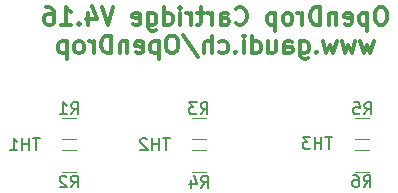
<source format=gbr>
G04 #@! TF.GenerationSoftware,KiCad,Pcbnew,6.0.11-2627ca5db0~126~ubuntu22.04.1*
G04 #@! TF.CreationDate,2023-05-08T08:47:40+02:00*
G04 #@! TF.ProjectId,DIMMCartridge_heaters,44494d4d-4361-4727-9472-696467655f68,rev?*
G04 #@! TF.SameCoordinates,Original*
G04 #@! TF.FileFunction,Legend,Bot*
G04 #@! TF.FilePolarity,Positive*
%FSLAX46Y46*%
G04 Gerber Fmt 4.6, Leading zero omitted, Abs format (unit mm)*
G04 Created by KiCad (PCBNEW 6.0.11-2627ca5db0~126~ubuntu22.04.1) date 2023-05-08 08:47:40*
%MOMM*%
%LPD*%
G01*
G04 APERTURE LIST*
%ADD10C,0.300000*%
%ADD11C,0.150000*%
%ADD12C,0.120000*%
G04 APERTURE END LIST*
D10*
X114142857Y-82346071D02*
X113857142Y-82346071D01*
X113714285Y-82417500D01*
X113571428Y-82560357D01*
X113500000Y-82846071D01*
X113500000Y-83346071D01*
X113571428Y-83631785D01*
X113714285Y-83774642D01*
X113857142Y-83846071D01*
X114142857Y-83846071D01*
X114285714Y-83774642D01*
X114428571Y-83631785D01*
X114500000Y-83346071D01*
X114500000Y-82846071D01*
X114428571Y-82560357D01*
X114285714Y-82417500D01*
X114142857Y-82346071D01*
X112857142Y-82846071D02*
X112857142Y-84346071D01*
X112857142Y-82917500D02*
X112714285Y-82846071D01*
X112428571Y-82846071D01*
X112285714Y-82917500D01*
X112214285Y-82988928D01*
X112142857Y-83131785D01*
X112142857Y-83560357D01*
X112214285Y-83703214D01*
X112285714Y-83774642D01*
X112428571Y-83846071D01*
X112714285Y-83846071D01*
X112857142Y-83774642D01*
X110928571Y-83774642D02*
X111071428Y-83846071D01*
X111357142Y-83846071D01*
X111500000Y-83774642D01*
X111571428Y-83631785D01*
X111571428Y-83060357D01*
X111500000Y-82917500D01*
X111357142Y-82846071D01*
X111071428Y-82846071D01*
X110928571Y-82917500D01*
X110857142Y-83060357D01*
X110857142Y-83203214D01*
X111571428Y-83346071D01*
X110214285Y-82846071D02*
X110214285Y-83846071D01*
X110214285Y-82988928D02*
X110142857Y-82917500D01*
X110000000Y-82846071D01*
X109785714Y-82846071D01*
X109642857Y-82917500D01*
X109571428Y-83060357D01*
X109571428Y-83846071D01*
X108857142Y-83846071D02*
X108857142Y-82346071D01*
X108500000Y-82346071D01*
X108285714Y-82417500D01*
X108142857Y-82560357D01*
X108071428Y-82703214D01*
X108000000Y-82988928D01*
X108000000Y-83203214D01*
X108071428Y-83488928D01*
X108142857Y-83631785D01*
X108285714Y-83774642D01*
X108500000Y-83846071D01*
X108857142Y-83846071D01*
X107357142Y-83846071D02*
X107357142Y-82846071D01*
X107357142Y-83131785D02*
X107285714Y-82988928D01*
X107214285Y-82917500D01*
X107071428Y-82846071D01*
X106928571Y-82846071D01*
X106214285Y-83846071D02*
X106357142Y-83774642D01*
X106428571Y-83703214D01*
X106500000Y-83560357D01*
X106500000Y-83131785D01*
X106428571Y-82988928D01*
X106357142Y-82917500D01*
X106214285Y-82846071D01*
X106000000Y-82846071D01*
X105857142Y-82917500D01*
X105785714Y-82988928D01*
X105714285Y-83131785D01*
X105714285Y-83560357D01*
X105785714Y-83703214D01*
X105857142Y-83774642D01*
X106000000Y-83846071D01*
X106214285Y-83846071D01*
X105071428Y-82846071D02*
X105071428Y-84346071D01*
X105071428Y-82917500D02*
X104928571Y-82846071D01*
X104642857Y-82846071D01*
X104500000Y-82917500D01*
X104428571Y-82988928D01*
X104357142Y-83131785D01*
X104357142Y-83560357D01*
X104428571Y-83703214D01*
X104500000Y-83774642D01*
X104642857Y-83846071D01*
X104928571Y-83846071D01*
X105071428Y-83774642D01*
X101714285Y-83703214D02*
X101785714Y-83774642D01*
X102000000Y-83846071D01*
X102142857Y-83846071D01*
X102357142Y-83774642D01*
X102500000Y-83631785D01*
X102571428Y-83488928D01*
X102642857Y-83203214D01*
X102642857Y-82988928D01*
X102571428Y-82703214D01*
X102500000Y-82560357D01*
X102357142Y-82417500D01*
X102142857Y-82346071D01*
X102000000Y-82346071D01*
X101785714Y-82417500D01*
X101714285Y-82488928D01*
X100428571Y-83846071D02*
X100428571Y-83060357D01*
X100500000Y-82917500D01*
X100642857Y-82846071D01*
X100928571Y-82846071D01*
X101071428Y-82917500D01*
X100428571Y-83774642D02*
X100571428Y-83846071D01*
X100928571Y-83846071D01*
X101071428Y-83774642D01*
X101142857Y-83631785D01*
X101142857Y-83488928D01*
X101071428Y-83346071D01*
X100928571Y-83274642D01*
X100571428Y-83274642D01*
X100428571Y-83203214D01*
X99714285Y-83846071D02*
X99714285Y-82846071D01*
X99714285Y-83131785D02*
X99642857Y-82988928D01*
X99571428Y-82917500D01*
X99428571Y-82846071D01*
X99285714Y-82846071D01*
X99000000Y-82846071D02*
X98428571Y-82846071D01*
X98785714Y-82346071D02*
X98785714Y-83631785D01*
X98714285Y-83774642D01*
X98571428Y-83846071D01*
X98428571Y-83846071D01*
X97928571Y-83846071D02*
X97928571Y-82846071D01*
X97928571Y-83131785D02*
X97857142Y-82988928D01*
X97785714Y-82917500D01*
X97642857Y-82846071D01*
X97500000Y-82846071D01*
X97000000Y-83846071D02*
X97000000Y-82846071D01*
X97000000Y-82346071D02*
X97071428Y-82417500D01*
X97000000Y-82488928D01*
X96928571Y-82417500D01*
X97000000Y-82346071D01*
X97000000Y-82488928D01*
X95642857Y-83846071D02*
X95642857Y-82346071D01*
X95642857Y-83774642D02*
X95785714Y-83846071D01*
X96071428Y-83846071D01*
X96214285Y-83774642D01*
X96285714Y-83703214D01*
X96357142Y-83560357D01*
X96357142Y-83131785D01*
X96285714Y-82988928D01*
X96214285Y-82917500D01*
X96071428Y-82846071D01*
X95785714Y-82846071D01*
X95642857Y-82917500D01*
X94285714Y-82846071D02*
X94285714Y-84060357D01*
X94357142Y-84203214D01*
X94428571Y-84274642D01*
X94571428Y-84346071D01*
X94785714Y-84346071D01*
X94928571Y-84274642D01*
X94285714Y-83774642D02*
X94428571Y-83846071D01*
X94714285Y-83846071D01*
X94857142Y-83774642D01*
X94928571Y-83703214D01*
X95000000Y-83560357D01*
X95000000Y-83131785D01*
X94928571Y-82988928D01*
X94857142Y-82917500D01*
X94714285Y-82846071D01*
X94428571Y-82846071D01*
X94285714Y-82917500D01*
X93000000Y-83774642D02*
X93142857Y-83846071D01*
X93428571Y-83846071D01*
X93571428Y-83774642D01*
X93642857Y-83631785D01*
X93642857Y-83060357D01*
X93571428Y-82917500D01*
X93428571Y-82846071D01*
X93142857Y-82846071D01*
X93000000Y-82917500D01*
X92928571Y-83060357D01*
X92928571Y-83203214D01*
X93642857Y-83346071D01*
X91357142Y-82346071D02*
X90857142Y-83846071D01*
X90357142Y-82346071D01*
X89214285Y-82846071D02*
X89214285Y-83846071D01*
X89571428Y-82274642D02*
X89928571Y-83346071D01*
X89000000Y-83346071D01*
X88428571Y-83703214D02*
X88357142Y-83774642D01*
X88428571Y-83846071D01*
X88500000Y-83774642D01*
X88428571Y-83703214D01*
X88428571Y-83846071D01*
X86928571Y-83846071D02*
X87785714Y-83846071D01*
X87357142Y-83846071D02*
X87357142Y-82346071D01*
X87500000Y-82560357D01*
X87642857Y-82703214D01*
X87785714Y-82774642D01*
X85642857Y-82346071D02*
X85928571Y-82346071D01*
X86071428Y-82417500D01*
X86142857Y-82488928D01*
X86285714Y-82703214D01*
X86357142Y-82988928D01*
X86357142Y-83560357D01*
X86285714Y-83703214D01*
X86214285Y-83774642D01*
X86071428Y-83846071D01*
X85785714Y-83846071D01*
X85642857Y-83774642D01*
X85571428Y-83703214D01*
X85500000Y-83560357D01*
X85500000Y-83203214D01*
X85571428Y-83060357D01*
X85642857Y-82988928D01*
X85785714Y-82917500D01*
X86071428Y-82917500D01*
X86214285Y-82988928D01*
X86285714Y-83060357D01*
X86357142Y-83203214D01*
X113392857Y-85261071D02*
X113107142Y-86261071D01*
X112821428Y-85546785D01*
X112535714Y-86261071D01*
X112250000Y-85261071D01*
X111821428Y-85261071D02*
X111535714Y-86261071D01*
X111250000Y-85546785D01*
X110964285Y-86261071D01*
X110678571Y-85261071D01*
X110250000Y-85261071D02*
X109964285Y-86261071D01*
X109678571Y-85546785D01*
X109392857Y-86261071D01*
X109107142Y-85261071D01*
X108535714Y-86118214D02*
X108464285Y-86189642D01*
X108535714Y-86261071D01*
X108607142Y-86189642D01*
X108535714Y-86118214D01*
X108535714Y-86261071D01*
X107178571Y-85261071D02*
X107178571Y-86475357D01*
X107250000Y-86618214D01*
X107321428Y-86689642D01*
X107464285Y-86761071D01*
X107678571Y-86761071D01*
X107821428Y-86689642D01*
X107178571Y-86189642D02*
X107321428Y-86261071D01*
X107607142Y-86261071D01*
X107750000Y-86189642D01*
X107821428Y-86118214D01*
X107892857Y-85975357D01*
X107892857Y-85546785D01*
X107821428Y-85403928D01*
X107750000Y-85332500D01*
X107607142Y-85261071D01*
X107321428Y-85261071D01*
X107178571Y-85332500D01*
X105821428Y-86261071D02*
X105821428Y-85475357D01*
X105892857Y-85332500D01*
X106035714Y-85261071D01*
X106321428Y-85261071D01*
X106464285Y-85332500D01*
X105821428Y-86189642D02*
X105964285Y-86261071D01*
X106321428Y-86261071D01*
X106464285Y-86189642D01*
X106535714Y-86046785D01*
X106535714Y-85903928D01*
X106464285Y-85761071D01*
X106321428Y-85689642D01*
X105964285Y-85689642D01*
X105821428Y-85618214D01*
X104464285Y-85261071D02*
X104464285Y-86261071D01*
X105107142Y-85261071D02*
X105107142Y-86046785D01*
X105035714Y-86189642D01*
X104892857Y-86261071D01*
X104678571Y-86261071D01*
X104535714Y-86189642D01*
X104464285Y-86118214D01*
X103107142Y-86261071D02*
X103107142Y-84761071D01*
X103107142Y-86189642D02*
X103250000Y-86261071D01*
X103535714Y-86261071D01*
X103678571Y-86189642D01*
X103750000Y-86118214D01*
X103821428Y-85975357D01*
X103821428Y-85546785D01*
X103750000Y-85403928D01*
X103678571Y-85332500D01*
X103535714Y-85261071D01*
X103250000Y-85261071D01*
X103107142Y-85332500D01*
X102392857Y-86261071D02*
X102392857Y-85261071D01*
X102392857Y-84761071D02*
X102464285Y-84832500D01*
X102392857Y-84903928D01*
X102321428Y-84832500D01*
X102392857Y-84761071D01*
X102392857Y-84903928D01*
X101678571Y-86118214D02*
X101607142Y-86189642D01*
X101678571Y-86261071D01*
X101750000Y-86189642D01*
X101678571Y-86118214D01*
X101678571Y-86261071D01*
X100321428Y-86189642D02*
X100464285Y-86261071D01*
X100750000Y-86261071D01*
X100892857Y-86189642D01*
X100964285Y-86118214D01*
X101035714Y-85975357D01*
X101035714Y-85546785D01*
X100964285Y-85403928D01*
X100892857Y-85332500D01*
X100750000Y-85261071D01*
X100464285Y-85261071D01*
X100321428Y-85332500D01*
X99678571Y-86261071D02*
X99678571Y-84761071D01*
X99035714Y-86261071D02*
X99035714Y-85475357D01*
X99107142Y-85332500D01*
X99250000Y-85261071D01*
X99464285Y-85261071D01*
X99607142Y-85332500D01*
X99678571Y-85403928D01*
X97250000Y-84689642D02*
X98535714Y-86618214D01*
X96464285Y-84761071D02*
X96178571Y-84761071D01*
X96035714Y-84832500D01*
X95892857Y-84975357D01*
X95821428Y-85261071D01*
X95821428Y-85761071D01*
X95892857Y-86046785D01*
X96035714Y-86189642D01*
X96178571Y-86261071D01*
X96464285Y-86261071D01*
X96607142Y-86189642D01*
X96750000Y-86046785D01*
X96821428Y-85761071D01*
X96821428Y-85261071D01*
X96750000Y-84975357D01*
X96607142Y-84832500D01*
X96464285Y-84761071D01*
X95178571Y-85261071D02*
X95178571Y-86761071D01*
X95178571Y-85332500D02*
X95035714Y-85261071D01*
X94750000Y-85261071D01*
X94607142Y-85332500D01*
X94535714Y-85403928D01*
X94464285Y-85546785D01*
X94464285Y-85975357D01*
X94535714Y-86118214D01*
X94607142Y-86189642D01*
X94750000Y-86261071D01*
X95035714Y-86261071D01*
X95178571Y-86189642D01*
X93250000Y-86189642D02*
X93392857Y-86261071D01*
X93678571Y-86261071D01*
X93821428Y-86189642D01*
X93892857Y-86046785D01*
X93892857Y-85475357D01*
X93821428Y-85332500D01*
X93678571Y-85261071D01*
X93392857Y-85261071D01*
X93250000Y-85332500D01*
X93178571Y-85475357D01*
X93178571Y-85618214D01*
X93892857Y-85761071D01*
X92535714Y-85261071D02*
X92535714Y-86261071D01*
X92535714Y-85403928D02*
X92464285Y-85332500D01*
X92321428Y-85261071D01*
X92107142Y-85261071D01*
X91964285Y-85332500D01*
X91892857Y-85475357D01*
X91892857Y-86261071D01*
X91178571Y-86261071D02*
X91178571Y-84761071D01*
X90821428Y-84761071D01*
X90607142Y-84832500D01*
X90464285Y-84975357D01*
X90392857Y-85118214D01*
X90321428Y-85403928D01*
X90321428Y-85618214D01*
X90392857Y-85903928D01*
X90464285Y-86046785D01*
X90607142Y-86189642D01*
X90821428Y-86261071D01*
X91178571Y-86261071D01*
X89678571Y-86261071D02*
X89678571Y-85261071D01*
X89678571Y-85546785D02*
X89607142Y-85403928D01*
X89535714Y-85332500D01*
X89392857Y-85261071D01*
X89250000Y-85261071D01*
X88535714Y-86261071D02*
X88678571Y-86189642D01*
X88750000Y-86118214D01*
X88821428Y-85975357D01*
X88821428Y-85546785D01*
X88750000Y-85403928D01*
X88678571Y-85332500D01*
X88535714Y-85261071D01*
X88321428Y-85261071D01*
X88178571Y-85332500D01*
X88107142Y-85403928D01*
X88035714Y-85546785D01*
X88035714Y-85975357D01*
X88107142Y-86118214D01*
X88178571Y-86189642D01*
X88321428Y-86261071D01*
X88535714Y-86261071D01*
X87392857Y-85261071D02*
X87392857Y-86761071D01*
X87392857Y-85332500D02*
X87250000Y-85261071D01*
X86964285Y-85261071D01*
X86821428Y-85332500D01*
X86750000Y-85403928D01*
X86678571Y-85546785D01*
X86678571Y-85975357D01*
X86750000Y-86118214D01*
X86821428Y-86189642D01*
X86964285Y-86261071D01*
X87250000Y-86261071D01*
X87392857Y-86189642D01*
D11*
X87791666Y-91427380D02*
X88125000Y-90951190D01*
X88363095Y-91427380D02*
X88363095Y-90427380D01*
X87982142Y-90427380D01*
X87886904Y-90475000D01*
X87839285Y-90522619D01*
X87791666Y-90617857D01*
X87791666Y-90760714D01*
X87839285Y-90855952D01*
X87886904Y-90903571D01*
X87982142Y-90951190D01*
X88363095Y-90951190D01*
X86839285Y-91427380D02*
X87410714Y-91427380D01*
X87125000Y-91427380D02*
X87125000Y-90427380D01*
X87220238Y-90570238D01*
X87315476Y-90665476D01*
X87410714Y-90713095D01*
X87756666Y-97617380D02*
X88090000Y-97141190D01*
X88328095Y-97617380D02*
X88328095Y-96617380D01*
X87947142Y-96617380D01*
X87851904Y-96665000D01*
X87804285Y-96712619D01*
X87756666Y-96807857D01*
X87756666Y-96950714D01*
X87804285Y-97045952D01*
X87851904Y-97093571D01*
X87947142Y-97141190D01*
X88328095Y-97141190D01*
X87375714Y-96712619D02*
X87328095Y-96665000D01*
X87232857Y-96617380D01*
X86994761Y-96617380D01*
X86899523Y-96665000D01*
X86851904Y-96712619D01*
X86804285Y-96807857D01*
X86804285Y-96903095D01*
X86851904Y-97045952D01*
X87423333Y-97617380D01*
X86804285Y-97617380D01*
X98736666Y-91417380D02*
X99070000Y-90941190D01*
X99308095Y-91417380D02*
X99308095Y-90417380D01*
X98927142Y-90417380D01*
X98831904Y-90465000D01*
X98784285Y-90512619D01*
X98736666Y-90607857D01*
X98736666Y-90750714D01*
X98784285Y-90845952D01*
X98831904Y-90893571D01*
X98927142Y-90941190D01*
X99308095Y-90941190D01*
X98403333Y-90417380D02*
X97784285Y-90417380D01*
X98117619Y-90798333D01*
X97974761Y-90798333D01*
X97879523Y-90845952D01*
X97831904Y-90893571D01*
X97784285Y-90988809D01*
X97784285Y-91226904D01*
X97831904Y-91322142D01*
X97879523Y-91369761D01*
X97974761Y-91417380D01*
X98260476Y-91417380D01*
X98355714Y-91369761D01*
X98403333Y-91322142D01*
X98776666Y-97627380D02*
X99110000Y-97151190D01*
X99348095Y-97627380D02*
X99348095Y-96627380D01*
X98967142Y-96627380D01*
X98871904Y-96675000D01*
X98824285Y-96722619D01*
X98776666Y-96817857D01*
X98776666Y-96960714D01*
X98824285Y-97055952D01*
X98871904Y-97103571D01*
X98967142Y-97151190D01*
X99348095Y-97151190D01*
X97919523Y-96960714D02*
X97919523Y-97627380D01*
X98157619Y-96579761D02*
X98395714Y-97294047D01*
X97776666Y-97294047D01*
X112606666Y-91427380D02*
X112940000Y-90951190D01*
X113178095Y-91427380D02*
X113178095Y-90427380D01*
X112797142Y-90427380D01*
X112701904Y-90475000D01*
X112654285Y-90522619D01*
X112606666Y-90617857D01*
X112606666Y-90760714D01*
X112654285Y-90855952D01*
X112701904Y-90903571D01*
X112797142Y-90951190D01*
X113178095Y-90951190D01*
X111701904Y-90427380D02*
X112178095Y-90427380D01*
X112225714Y-90903571D01*
X112178095Y-90855952D01*
X112082857Y-90808333D01*
X111844761Y-90808333D01*
X111749523Y-90855952D01*
X111701904Y-90903571D01*
X111654285Y-90998809D01*
X111654285Y-91236904D01*
X111701904Y-91332142D01*
X111749523Y-91379761D01*
X111844761Y-91427380D01*
X112082857Y-91427380D01*
X112178095Y-91379761D01*
X112225714Y-91332142D01*
X112536666Y-97587380D02*
X112870000Y-97111190D01*
X113108095Y-97587380D02*
X113108095Y-96587380D01*
X112727142Y-96587380D01*
X112631904Y-96635000D01*
X112584285Y-96682619D01*
X112536666Y-96777857D01*
X112536666Y-96920714D01*
X112584285Y-97015952D01*
X112631904Y-97063571D01*
X112727142Y-97111190D01*
X113108095Y-97111190D01*
X111679523Y-96587380D02*
X111870000Y-96587380D01*
X111965238Y-96635000D01*
X112012857Y-96682619D01*
X112108095Y-96825476D01*
X112155714Y-97015952D01*
X112155714Y-97396904D01*
X112108095Y-97492142D01*
X112060476Y-97539761D01*
X111965238Y-97587380D01*
X111774761Y-97587380D01*
X111679523Y-97539761D01*
X111631904Y-97492142D01*
X111584285Y-97396904D01*
X111584285Y-97158809D01*
X111631904Y-97063571D01*
X111679523Y-97015952D01*
X111774761Y-96968333D01*
X111965238Y-96968333D01*
X112060476Y-97015952D01*
X112108095Y-97063571D01*
X112155714Y-97158809D01*
X85105714Y-93467380D02*
X84534285Y-93467380D01*
X84820000Y-94467380D02*
X84820000Y-93467380D01*
X84200952Y-94467380D02*
X84200952Y-93467380D01*
X84200952Y-93943571D02*
X83629523Y-93943571D01*
X83629523Y-94467380D02*
X83629523Y-93467380D01*
X82629523Y-94467380D02*
X83200952Y-94467380D01*
X82915238Y-94467380D02*
X82915238Y-93467380D01*
X83010476Y-93610238D01*
X83105714Y-93705476D01*
X83200952Y-93753095D01*
X109875714Y-93357380D02*
X109304285Y-93357380D01*
X109590000Y-94357380D02*
X109590000Y-93357380D01*
X108970952Y-94357380D02*
X108970952Y-93357380D01*
X108970952Y-93833571D02*
X108399523Y-93833571D01*
X108399523Y-94357380D02*
X108399523Y-93357380D01*
X108018571Y-93357380D02*
X107399523Y-93357380D01*
X107732857Y-93738333D01*
X107590000Y-93738333D01*
X107494761Y-93785952D01*
X107447142Y-93833571D01*
X107399523Y-93928809D01*
X107399523Y-94166904D01*
X107447142Y-94262142D01*
X107494761Y-94309761D01*
X107590000Y-94357380D01*
X107875714Y-94357380D01*
X107970952Y-94309761D01*
X108018571Y-94262142D01*
X96105714Y-93447380D02*
X95534285Y-93447380D01*
X95820000Y-94447380D02*
X95820000Y-93447380D01*
X95200952Y-94447380D02*
X95200952Y-93447380D01*
X95200952Y-93923571D02*
X94629523Y-93923571D01*
X94629523Y-94447380D02*
X94629523Y-93447380D01*
X94200952Y-93542619D02*
X94153333Y-93495000D01*
X94058095Y-93447380D01*
X93820000Y-93447380D01*
X93724761Y-93495000D01*
X93677142Y-93542619D01*
X93629523Y-93637857D01*
X93629523Y-93733095D01*
X93677142Y-93875952D01*
X94248571Y-94447380D01*
X93629523Y-94447380D01*
D12*
X87022936Y-91715000D02*
X88227064Y-91715000D01*
X87022936Y-93535000D02*
X88227064Y-93535000D01*
X87022936Y-94465000D02*
X88227064Y-94465000D01*
X87022936Y-96285000D02*
X88227064Y-96285000D01*
X99227064Y-93535000D02*
X98022936Y-93535000D01*
X99227064Y-91715000D02*
X98022936Y-91715000D01*
X99227064Y-96285000D02*
X98022936Y-96285000D01*
X99227064Y-94465000D02*
X98022936Y-94465000D01*
X112977064Y-93535000D02*
X111772936Y-93535000D01*
X112977064Y-91715000D02*
X111772936Y-91715000D01*
X112977064Y-96285000D02*
X111772936Y-96285000D01*
X112977064Y-94465000D02*
X111772936Y-94465000D01*
M02*

</source>
